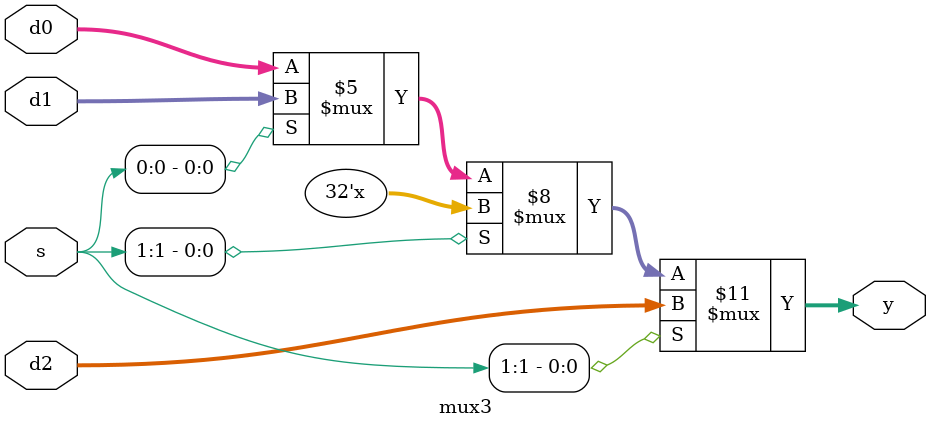
<source format=sv>
module mux3 #(
    parameter WIDTH = 32
) 
(
    input  logic [WIDTH-1 : 0] d0,
    input  logic [WIDTH-1 : 0] d1,
    input  logic [WIDTH-1 : 0] d2,
    input  logic       [1 : 0]  s,
    output logic [WIDTH-1 : 0]  y
);
    always_comb begin
        if (s[1] == 1'b1) begin
            y = d2;
        end 
        else if (s[0] == 1'b1) begin
            y = d1;
        end 
        else begin
            y = d0;
        end
    end
    
endmodule

</source>
